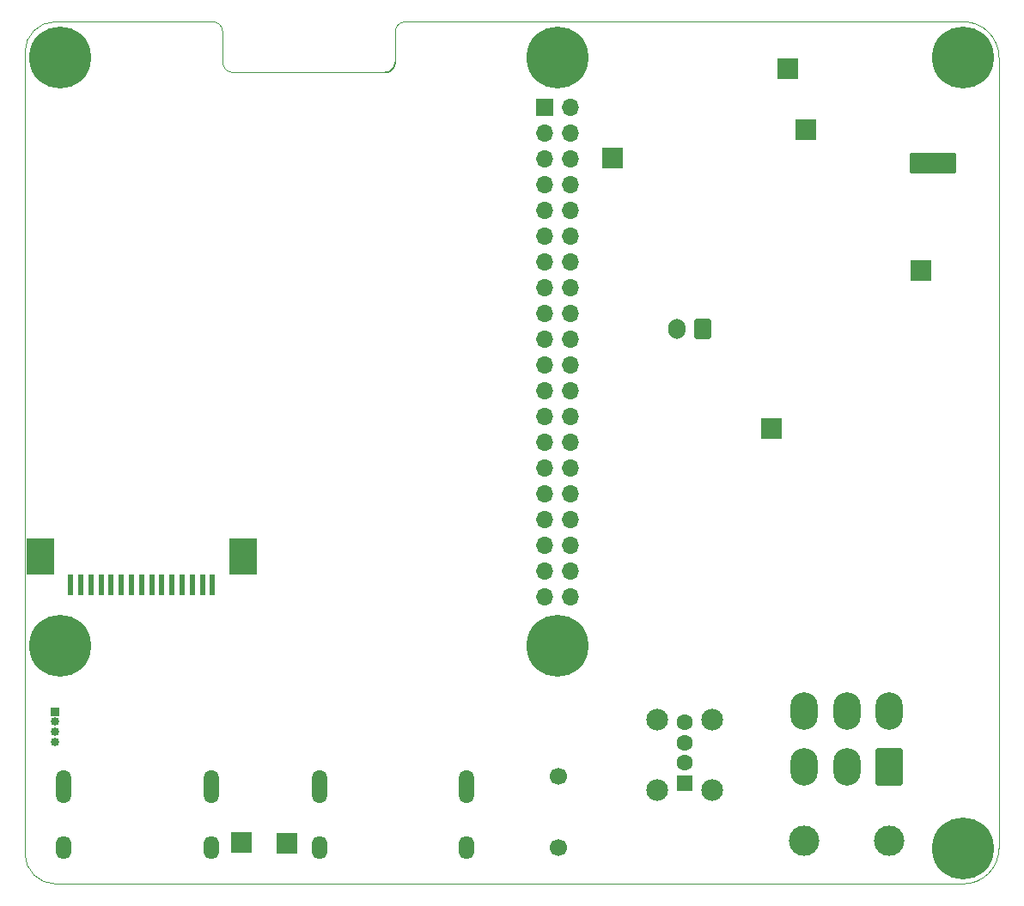
<source format=gbr>
G04 #@! TF.GenerationSoftware,KiCad,Pcbnew,(5.99.0-11120-g1d6ad4a52a)*
G04 #@! TF.CreationDate,2021-08-25T17:06:27+02:00*
G04 #@! TF.ProjectId,CarPiPowerHat,43617250-6950-46f7-9765-724861742e6b,0.2*
G04 #@! TF.SameCoordinates,Original*
G04 #@! TF.FileFunction,Soldermask,Bot*
G04 #@! TF.FilePolarity,Negative*
%FSLAX46Y46*%
G04 Gerber Fmt 4.6, Leading zero omitted, Abs format (unit mm)*
G04 Created by KiCad (PCBNEW (5.99.0-11120-g1d6ad4a52a)) date 2021-08-25 17:06:27*
%MOMM*%
%LPD*%
G01*
G04 APERTURE LIST*
G04 Aperture macros list*
%AMRoundRect*
0 Rectangle with rounded corners*
0 $1 Rounding radius*
0 $2 $3 $4 $5 $6 $7 $8 $9 X,Y pos of 4 corners*
0 Add a 4 corners polygon primitive as box body*
4,1,4,$2,$3,$4,$5,$6,$7,$8,$9,$2,$3,0*
0 Add four circle primitives for the rounded corners*
1,1,$1+$1,$2,$3*
1,1,$1+$1,$4,$5*
1,1,$1+$1,$6,$7*
1,1,$1+$1,$8,$9*
0 Add four rect primitives between the rounded corners*
20,1,$1+$1,$2,$3,$4,$5,0*
20,1,$1+$1,$4,$5,$6,$7,0*
20,1,$1+$1,$6,$7,$8,$9,0*
20,1,$1+$1,$8,$9,$2,$3,0*%
G04 Aperture macros list end*
G04 #@! TA.AperFunction,Profile*
%ADD10C,0.100000*%
G04 #@! TD*
G04 #@! TA.AperFunction,Profile*
%ADD11C,0.150000*%
G04 #@! TD*
%ADD12C,6.100000*%
%ADD13C,1.700000*%
%ADD14R,0.850000X0.850000*%
%ADD15O,0.850000X0.850000*%
%ADD16RoundRect,0.100000X2.200000X-0.900000X2.200000X0.900000X-2.200000X0.900000X-2.200000X-0.900000X0*%
%ADD17O,1.500000X3.300000*%
%ADD18O,1.500000X2.300000*%
%ADD19C,3.000000*%
%ADD20RoundRect,0.250001X1.099999X1.599999X-1.099999X1.599999X-1.099999X-1.599999X1.099999X-1.599999X0*%
%ADD21O,2.700000X3.700000*%
%ADD22R,1.600000X1.600000*%
%ADD23C,1.600000*%
%ADD24C,2.150000*%
%ADD25R,1.700000X1.700000*%
%ADD26O,1.700000X1.700000*%
%ADD27R,0.610000X2.000000*%
%ADD28R,2.680000X3.600000*%
%ADD29R,2.000000X2.000000*%
%ADD30RoundRect,0.250000X0.600000X0.750000X-0.600000X0.750000X-0.600000X-0.750000X0.600000X-0.750000X0*%
%ADD31O,1.700000X2.000000*%
G04 APERTURE END LIST*
D10*
X81000000Y-116500000D02*
X170500000Y-116500000D01*
X98499997Y-36500003D02*
G75*
G02*
X97500000Y-35500000I3J1000000D01*
G01*
X97500000Y-35500000D02*
X97500000Y-32500000D01*
X96500003Y-31499997D02*
G75*
G02*
X97500000Y-32500000I-3J-1000000D01*
G01*
X113500000Y-36500000D02*
X98500000Y-36500000D01*
X81000000Y-116500000D02*
G75*
G02*
X78005236Y-113500005I5236J2999995D01*
G01*
X78000000Y-34500000D02*
X78005236Y-113500005D01*
X115499997Y-31500003D02*
G75*
G03*
X114500000Y-32500000I0J-999997D01*
G01*
X96500000Y-31500000D02*
X81000000Y-31500000D01*
X173999998Y-34999998D02*
G75*
G03*
X170500000Y-31500000I-3499998J0D01*
G01*
X114500000Y-32500000D02*
X114500000Y-35500000D01*
X170500000Y-31500000D02*
X115500000Y-31500000D01*
X174000000Y-35000000D02*
X174000000Y-113000000D01*
X174000002Y-113000002D02*
G75*
G02*
X170500000Y-116500000I-3500000J2D01*
G01*
D11*
X113500000Y-36500000D02*
G75*
G03*
X114500000Y-35500000I0J1000000D01*
G01*
D10*
X78000000Y-34500000D02*
G75*
G02*
X81000000Y-31500000I3000000J0D01*
G01*
D12*
X130500000Y-35000000D03*
X130500000Y-93000000D03*
X81500000Y-35000000D03*
X81500000Y-93000000D03*
D13*
X130550035Y-112900000D03*
X130550035Y-105900000D03*
D14*
X80990000Y-99510000D03*
D15*
X80990000Y-100510000D03*
X80990000Y-101510000D03*
X80990000Y-102510000D03*
D16*
X167509400Y-45428100D03*
D12*
X170500000Y-35000000D03*
D17*
X96350035Y-106949990D03*
X81850035Y-106949990D03*
D18*
X81850035Y-112909990D03*
X96350035Y-112909990D03*
D17*
X121550035Y-106949990D03*
X107050035Y-106949990D03*
D18*
X107050035Y-112909990D03*
X121550035Y-112909990D03*
D19*
X154800000Y-112274990D03*
X163200000Y-112274990D03*
D20*
X163200000Y-104974990D03*
D21*
X159000000Y-104974990D03*
X154800000Y-104974990D03*
X163200000Y-99474990D03*
X159000000Y-99474990D03*
X154800000Y-99474990D03*
D12*
X170500000Y-113000000D03*
D22*
X143000035Y-106559990D03*
D23*
X143000035Y-104559990D03*
X143000035Y-102559990D03*
X143000035Y-100559990D03*
D24*
X145720035Y-107289990D03*
X140280035Y-107289990D03*
X145720035Y-100289990D03*
X140280035Y-100289990D03*
D25*
X129210000Y-39900000D03*
D26*
X131750000Y-39900000D03*
X129210000Y-42440000D03*
X131750000Y-42440000D03*
X129210000Y-44980000D03*
X131750000Y-44980000D03*
X129210000Y-47520000D03*
X131750000Y-47520000D03*
X129210000Y-50060000D03*
X131750000Y-50060000D03*
X129210000Y-52600000D03*
X131750000Y-52600000D03*
X129210000Y-55140000D03*
X131750000Y-55140000D03*
X129210000Y-57680000D03*
X131750000Y-57680000D03*
X129210000Y-60220000D03*
X131750000Y-60220000D03*
X129210000Y-62760000D03*
X131750000Y-62760000D03*
X129210000Y-65300000D03*
X131750000Y-65300000D03*
X129210000Y-67840000D03*
X131750000Y-67840000D03*
X129210000Y-70380000D03*
X131750000Y-70380000D03*
X129210000Y-72920000D03*
X131750000Y-72920000D03*
X129210000Y-75460000D03*
X131750000Y-75460000D03*
X129210000Y-78000000D03*
X131750000Y-78000000D03*
X129210000Y-80540000D03*
X131750000Y-80540000D03*
X129210000Y-83080000D03*
X131750000Y-83080000D03*
X129210000Y-85620000D03*
X131750000Y-85620000D03*
X129210000Y-88160000D03*
X131750000Y-88160000D03*
D27*
X82500000Y-87000000D03*
X83500000Y-87000000D03*
X84500000Y-87000000D03*
X85500000Y-87000000D03*
X86500000Y-87000000D03*
X87500000Y-87000000D03*
X88500000Y-87000000D03*
X89500000Y-87000000D03*
X90500000Y-87000000D03*
X91500000Y-87000000D03*
X92500000Y-87000000D03*
X93500000Y-87000000D03*
X94500000Y-87000000D03*
X95500000Y-87000000D03*
X96500000Y-87000000D03*
D28*
X79510000Y-84200000D03*
X99490000Y-84200000D03*
D29*
X151600000Y-71600000D03*
D30*
X144770000Y-61790000D03*
D31*
X142270000Y-61790000D03*
D29*
X103800035Y-112499990D03*
X155000000Y-42102000D03*
X166325000Y-56027000D03*
X135900000Y-44900000D03*
X99336035Y-112435990D03*
X153200000Y-36100000D03*
M02*

</source>
